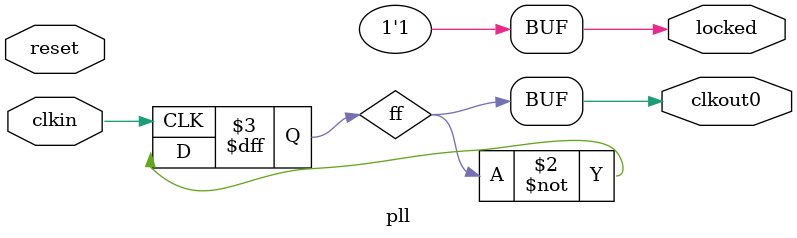
<source format=sv>
module pll
(
	input  logic clkin,
	/* verilator lint_off UNUSEDSIGNAL */
	input  logic reset,			// Active high
	/* verilator lint_on UNUSEDSIGNAL */
	output logic clkout0,
	output logic locked
);

logic ff;
assign clkout0 = ff; // mirror
assign locked = 1;

always_ff @(posedge clkin) begin
	ff <= ~ff;
end

endmodule

</source>
